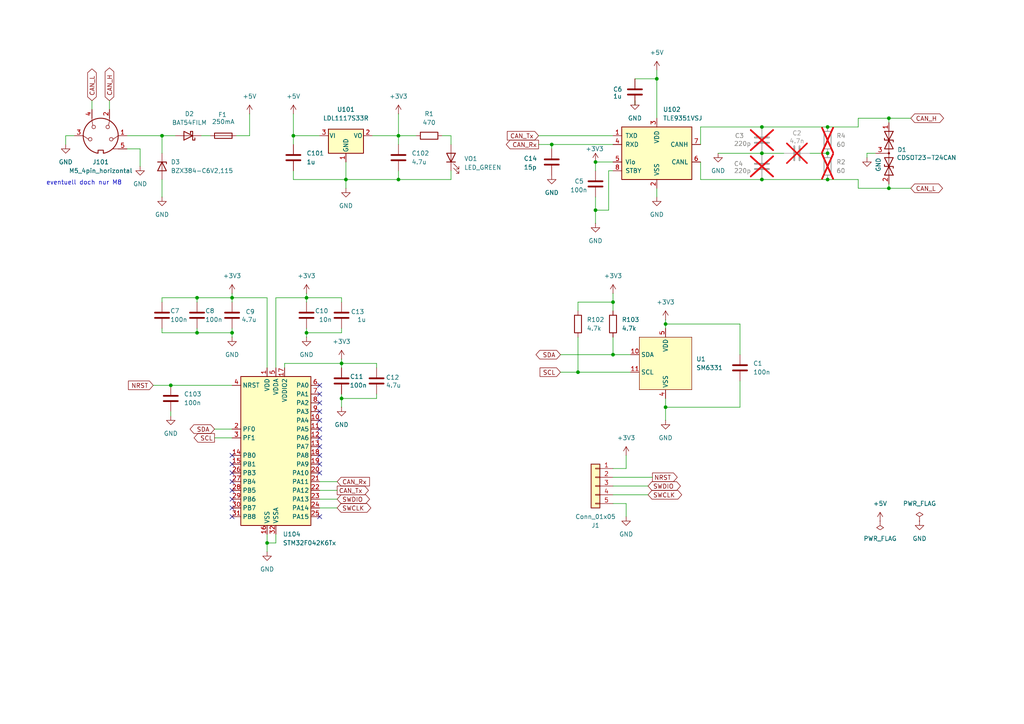
<source format=kicad_sch>
(kicad_sch (version 20231120) (generator "eeschema") (generator_version "8.0")
  (paper "A4")
  (lib_symbols
    (symbol "ASS_parts:SM6331"
      (property "Reference" "U" (at 0 1.27 0))
      (property "Value" "SM6331" (at 0 -1.27 0))
      (symbol "SM6331_0_0"
        (pin no_connect line (at 10.16 0 180) (length 2.54) hide (name "") (number "1"))
        (pin bidirectional line (at -10.16 2.54 0) (length 2.54) (name "SDA") (number "10"))
        (pin input line (at -10.16 -2.54 0) (length 2.54) (name "SCL") (number "11"))
        (pin no_connect line (at 10.16 0 180) (length 2.54) hide (name "") (number "12"))
        (pin no_connect line (at 10.16 0 180) (length 2.54) hide (name "") (number "13"))
        (pin no_connect line (at 10.16 0 180) (length 2.54) hide (name "") (number "14"))
        (pin no_connect line (at 10.16 0 180) (length 2.54) hide (name "") (number "15"))
        (pin no_connect line (at 10.16 0 180) (length 2.54) hide (name "") (number "16"))
        (pin no_connect line (at 10.16 0 180) (length 2.54) hide (name "") (number "2"))
        (pin no_connect line (at 10.16 0 180) (length 2.54) hide (name "") (number "3"))
        (pin power_in line (at 0 -10.16 90) (length 2.54) (name "VSS") (number "4"))
        (pin power_in line (at 0 10.16 270) (length 2.54) (name "VDD") (number "5"))
        (pin no_connect line (at 10.16 0 180) (length 2.54) hide (name "") (number "6"))
        (pin no_connect line (at 10.16 0 180) (length 2.54) hide (name "") (number "7"))
        (pin no_connect line (at 10.16 0 180) (length 2.54) hide (name "") (number "8"))
        (pin no_connect line (at 10.16 0 180) (length 2.54) hide (name "") (number "9"))
      )
      (symbol "SM6331_0_1"
        (rectangle (start -7.62 7.62) (end 7.62 -7.62) (fill (type background)))
      )
    )
    (symbol "Connector_Generic:Conn_01x05" (pin_names (offset 1.016) hide)
      (property "Reference" "J" (at 0 7.62 0))
      (property "Value" "Conn_01x05" (at 0 -7.62 0))
      (symbol "Conn_01x05_1_1"
        (rectangle (start -1.27 -4.953) (end 0 -5.207) (stroke (width 0.1524)))
        (rectangle (start -1.27 -2.413) (end 0 -2.667) (stroke (width 0.1524)))
        (rectangle (start -1.27 0.127) (end 0 -0.127) (stroke (width 0.1524)))
        (rectangle (start -1.27 2.667) (end 0 2.413) (stroke (width 0.1524)))
        (rectangle (start -1.27 5.207) (end 0 4.953) (stroke (width 0.1524)))
        (rectangle (start -1.27 6.35) (end 1.27 -6.35) (stroke (width 0.254)) (fill (type background)))
        (pin passive line (at -5.08 5.08 0) (length 3.81) (name "Pin_1") (number "1"))
        (pin passive line (at -5.08 2.54 0) (length 3.81) (name "Pin_2") (number "2"))
        (pin passive line (at -5.08 0 0) (length 3.81) (name "Pin_3") (number "3"))
        (pin passive line (at -5.08 -2.54 0) (length 3.81) (name "Pin_4") (number "4"))
        (pin passive line (at -5.08 -5.08 0) (length 3.81) (name "Pin_5") (number "5"))
      )
    )
    (symbol "Device:C" (pin_numbers hide) (pin_names (offset 0.254))
      (property "Reference" "C" (at 0.635 2.54 0))
      (property "Value" "C" (at 0.635 -2.54 0))
      (symbol "C_0_1"
        (polyline (pts (xy -2.032 -0.762) (xy 2.032 -0.762)) (stroke (width 0.508)))
        (polyline (pts (xy -2.032 0.762) (xy 2.032 0.762)) (stroke (width 0.508)))
      )
      (symbol "C_1_1"
        (pin passive line (at 0 3.81 270) (length 2.794) (name "~") (number "1"))
        (pin passive line (at 0 -3.81 90) (length 2.794) (name "~") (number "2"))
      )
    )
    (symbol "Device:D_Schottky" (pin_numbers hide) (pin_names (offset 1.016) hide)
      (property "Reference" "D" (at 0 2.54 0))
      (property "Value" "D_Schottky" (at 0 -2.54 0))
      (symbol "D_Schottky_0_1"
        (polyline (pts (xy 1.27 0) (xy -1.27 0)))
        (polyline (pts (xy 1.27 1.27) (xy 1.27 -1.27) (xy -1.27 0) (xy 1.27 1.27)) (stroke (width 0.254)))
        (polyline (pts (xy -1.905 0.635) (xy -1.905 1.27) (xy -1.27 1.27) (xy -1.27 -1.27) (xy -0.635 -1.27) (xy -0.635 -0.635)) (stroke (width 0.254)))
      )
      (symbol "D_Schottky_1_1"
        (pin passive line (at -3.81 0 0) (length 2.54) (name "K") (number "1"))
        (pin passive line (at 3.81 0 180) (length 2.54) (name "A") (number "2"))
      )
    )
    (symbol "Device:D_TVS_Dual_AAC" (pin_names (offset 1.016) hide)
      (property "Reference" "D" (at 0 4.445 0))
      (property "Value" "D_TVS_Dual_AAC" (at 0 2.54 0))
      (symbol "D_TVS_Dual_AAC_0_0"
        (polyline (pts (xy 0 -1.27) (xy 0 0)))
      )
      (symbol "D_TVS_Dual_AAC_0_1"
        (polyline (pts (xy -6.35 0) (xy 6.35 0)))
        (polyline (pts (xy -3.302 1.27) (xy -3.81 1.27) (xy -3.81 -1.27) (xy -4.318 -1.27)) (stroke (width 0.254)))
        (polyline (pts (xy 4.318 1.27) (xy 3.81 1.27) (xy 3.81 -1.27) (xy 3.302 -1.27)) (stroke (width 0.254)))
        (polyline (pts (xy -6.35 1.27) (xy -1.27 -1.27) (xy -1.27 1.27) (xy -6.35 -1.27) (xy -6.35 1.27)) (stroke (width 0.254)))
        (polyline (pts (xy 6.35 1.27) (xy 1.27 -1.27) (xy 1.27 1.27) (xy 6.35 -1.27) (xy 6.35 1.27)) (stroke (width 0.254)))
        (circle (center 0 0) (radius 0.254) (fill (type outline)))
      )
      (symbol "D_TVS_Dual_AAC_1_1"
        (pin passive line (at -8.89 0 0) (length 2.54) (name "A1") (number "1"))
        (pin passive line (at 8.89 0 180) (length 2.54) (name "A2") (number "2"))
        (pin passive line (at 0 -3.81 90) (length 2.54) (name "common") (number "3"))
      )
    )
    (symbol "Device:D_Zener" (pin_numbers hide) (pin_names (offset 1.016) hide)
      (property "Reference" "D" (at 0 2.54 0))
      (property "Value" "D_Zener" (at 0 -2.54 0))
      (symbol "D_Zener_0_1"
        (polyline (pts (xy 1.27 0) (xy -1.27 0)))
        (polyline (pts (xy -1.27 -1.27) (xy -1.27 1.27) (xy -0.762 1.27)) (stroke (width 0.254)))
        (polyline (pts (xy 1.27 -1.27) (xy 1.27 1.27) (xy -1.27 0) (xy 1.27 -1.27)) (stroke (width 0.254)))
      )
      (symbol "D_Zener_1_1"
        (pin passive line (at -3.81 0 0) (length 2.54) (name "K") (number "1"))
        (pin passive line (at 3.81 0 180) (length 2.54) (name "A") (number "2"))
      )
    )
    (symbol "Device:Fuse" (pin_numbers hide) (pin_names (offset 0))
      (property "Reference" "F" (at 2.032 0 90))
      (property "Value" "Fuse" (at -1.905 0 90))
      (symbol "Fuse_0_1"
        (rectangle (start -0.762 -2.54) (end 0.762 2.54) (stroke (width 0.254)))
        (polyline (pts (xy 0 2.54) (xy 0 -2.54)))
      )
      (symbol "Fuse_1_1"
        (pin passive line (at 0 3.81 270) (length 1.27) (name "~") (number "1"))
        (pin passive line (at 0 -3.81 90) (length 1.27) (name "~") (number "2"))
      )
    )
    (symbol "Device:LED" (pin_numbers hide) (pin_names (offset 1.016) hide)
      (property "Reference" "D" (at 0 2.54 0))
      (property "Value" "LED" (at 0 -2.54 0))
      (symbol "LED_0_1"
        (polyline (pts (xy -1.27 -1.27) (xy -1.27 1.27)) (stroke (width 0.254)))
        (polyline (pts (xy -1.27 0) (xy 1.27 0)))
        (polyline (pts (xy 1.27 -1.27) (xy 1.27 1.27) (xy -1.27 0) (xy 1.27 -1.27)) (stroke (width 0.254)))
        (polyline (pts (xy -3.048 -0.762) (xy -4.572 -2.286) (xy -3.81 -2.286) (xy -4.572 -2.286) (xy -4.572 -1.524)))
        (polyline (pts (xy -1.778 -0.762) (xy -3.302 -2.286) (xy -2.54 -2.286) (xy -3.302 -2.286) (xy -3.302 -1.524)))
      )
      (symbol "LED_1_1"
        (pin passive line (at -3.81 0 0) (length 2.54) (name "K") (number "1"))
        (pin passive line (at 3.81 0 180) (length 2.54) (name "A") (number "2"))
      )
    )
    (symbol "Device:R" (pin_numbers hide) (pin_names (offset 0))
      (property "Reference" "R" (at 2.032 0 90))
      (property "Value" "R" (at 0 0 90))
      (symbol "R_0_1"
        (rectangle (start -1.016 -2.54) (end 1.016 2.54) (stroke (width 0.254)))
      )
      (symbol "R_1_1"
        (pin passive line (at 0 3.81 270) (length 1.27) (name "~") (number "1"))
        (pin passive line (at 0 -3.81 90) (length 1.27) (name "~") (number "2"))
      )
    )
    (symbol "FaSTTUBe_Transceivers:TLE9351VSJ" (pin_names (offset 1.016))
      (property "Reference" "U" (at -10.16 8.89 0))
      (property "Value" "TLE9351VSJ" (at 2.54 8.89 0))
      (symbol "TLE9351VSJ_0_1"
        (rectangle (start -10.16 7.62) (end 10.16 -7.62) (stroke (width 0.254)) (fill (type background)))
      )
      (symbol "TLE9351VSJ_1_1"
        (pin input line (at -12.7 5.08 0) (length 2.54) (name "TXD") (number "1"))
        (pin power_in line (at 0 -10.16 90) (length 2.54) (name "VSS") (number "2"))
        (pin power_in line (at 0 10.16 270) (length 2.54) (name "VDD") (number "3"))
        (pin output line (at -12.7 2.54 0) (length 2.54) (name "RXD") (number "4"))
        (pin power_in line (at -12.7 -2.54 0) (length 2.54) (name "Vio") (number "5"))
        (pin bidirectional line (at 12.7 -2.54 180) (length 2.54) (name "CANL") (number "6"))
        (pin bidirectional line (at 12.7 2.54 180) (length 2.54) (name "CANH") (number "7"))
        (pin input line (at -12.7 -5.08 0) (length 2.54) (name "STBY") (number "8"))
      )
    )
    (symbol "FaSTTUBe_connectors:M8_4pin_horizontal" (pin_names (offset 1.016))
      (property "Reference" "J" (at 5.334 5.08 0))
      (property "Value" "M8_4pin_horizontal" (at 0 -6.35 0))
      (symbol "M8_4pin_horizontal_0_1"
        (arc (start -5.08 0) (mid -3.8597 -3.3379) (end -0.762 -5.08) (stroke (width 0.254)))
        (circle (center -3.048 -1.016) (radius 0.508))
        (circle (center -2.032 2.54) (radius 0.508))
        (polyline (pts (xy -3.556 -1.016) (xy -5.08 0)))
        (polyline (pts (xy 3.81 -3.81) (xy 3.556 -3.81)))
        (polyline (pts (xy 5.08 -3.81) (xy 3.81 -3.81)))
        (polyline (pts (xy 5.08 0) (xy 3.556 -1.016)))
        (polyline (pts (xy -2.54 5.08) (xy -2.54 4.318) (xy -2.286 3.048)))
        (polyline (pts (xy 2.54 5.08) (xy 2.54 4.318) (xy 2.286 3.048)))
        (polyline (pts (xy -0.762 -4.953) (xy -0.762 -4.191) (xy 0.762 -4.191) (xy 0.762 -4.953)) (stroke (width 0.254)))
        (arc (start 0.762 -5.08) (mid 3.8673 -3.3444) (end 5.08 0) (stroke (width 0.254)))
        (circle (center 2.032 2.54) (radius 0.508))
        (circle (center 3.048 -1.016) (radius 0.508))
        (arc (start 5.08 0) (mid 0 5.0579) (end -5.08 0) (stroke (width 0.254)))
      )
      (symbol "M8_4pin_horizontal_1_1"
        (pin passive line (at 7.62 0 180) (length 2.54) (name "~") (number "1"))
        (pin passive line (at 2.54 7.62 270) (length 2.54) (name "~") (number "2"))
        (pin passive line (at -7.62 0 0) (length 2.54) (name "~") (number "3"))
        (pin passive line (at -2.54 7.62 270) (length 2.54) (name "~") (number "4"))
        (pin passive line (at 7.62 -3.81 180) (length 2.54) (name "~") (number "5"))
      )
    )
    (symbol "GND_1" (power) (pin_numbers hide) (pin_names (offset 0) hide)
      (property "Value" "GND" (at 0 -3.81 0))
      (symbol "GND_1_0_1"
        (polyline (pts (xy 0 0) (xy 0 -1.27) (xy 1.27 -1.27) (xy 0 -2.54) (xy -1.27 -1.27) (xy 0 -1.27)))
      )
      (symbol "GND_1_1_1"
        (pin power_in line (at 0 0 270) (length 0) (name "~") (number "1"))
      )
    )
    (symbol "MCU_ST_STM32F0:STM32F042K6Tx"
      (property "Reference" "U" (at -10.16 21.59 0))
      (property "Value" "STM32F042K6Tx" (at 5.08 21.59 0))
      (symbol "STM32F042K6Tx_0_1"
        (rectangle (start -10.16 -22.86) (end 10.16 20.32) (stroke (width 0.254)) (fill (type background)))
      )
      (symbol "STM32F042K6Tx_1_1"
        (pin power_in line (at -2.54 22.86 270) (length 2.54) (name "VDD") (number "1"))
        (pin bidirectional line (at 12.7 7.62 180) (length 2.54) (name "PA4") (number "10"))
        (pin bidirectional line (at 12.7 5.08 180) (length 2.54) (name "PA5") (number "11"))
        (pin bidirectional line (at 12.7 2.54 180) (length 2.54) (name "PA6") (number "12"))
        (pin bidirectional line (at 12.7 0 180) (length 2.54) (name "PA7") (number "13"))
        (pin bidirectional line (at -12.7 -2.54 0) (length 2.54) (name "PB0") (number "14"))
        (pin bidirectional line (at -12.7 -5.08 0) (length 2.54) (name "PB1") (number "15"))
        (pin power_in line (at -2.54 -25.4 90) (length 2.54) (name "VSS") (number "16"))
        (pin power_in line (at 2.54 22.86 270) (length 2.54) (name "VDDIO2") (number "17"))
        (pin bidirectional line (at 12.7 -2.54 180) (length 2.54) (name "PA8") (number "18"))
        (pin bidirectional line (at 12.7 -5.08 180) (length 2.54) (name "PA9") (number "19"))
        (pin input line (at -12.7 5.08 0) (length 2.54) (name "PF0") (number "2"))
        (pin bidirectional line (at 12.7 -7.62 180) (length 2.54) (name "PA10") (number "20"))
        (pin bidirectional line (at 12.7 -10.16 180) (length 2.54) (name "PA11") (number "21"))
        (pin bidirectional line (at 12.7 -12.7 180) (length 2.54) (name "PA12") (number "22"))
        (pin bidirectional line (at 12.7 -15.24 180) (length 2.54) (name "PA13") (number "23"))
        (pin bidirectional line (at 12.7 -17.78 180) (length 2.54) (name "PA14") (number "24"))
        (pin bidirectional line (at 12.7 -20.32 180) (length 2.54) (name "PA15") (number "25"))
        (pin bidirectional line (at -12.7 -7.62 0) (length 2.54) (name "PB3") (number "26"))
        (pin bidirectional line (at -12.7 -10.16 0) (length 2.54) (name "PB4") (number "27"))
        (pin bidirectional line (at -12.7 -12.7 0) (length 2.54) (name "PB5") (number "28"))
        (pin bidirectional line (at -12.7 -15.24 0) (length 2.54) (name "PB6") (number "29"))
        (pin input line (at -12.7 2.54 0) (length 2.54) (name "PF1") (number "3"))
        (pin bidirectional line (at -12.7 -17.78 0) (length 2.54) (name "PB7") (number "30"))
        (pin bidirectional line (at -12.7 -20.32 0) (length 2.54) (name "PB8") (number "31"))
        (pin power_in line (at 0 -25.4 90) (length 2.54) (name "VSSA") (number "32"))
        (pin input line (at -12.7 17.78 0) (length 2.54) (name "NRST") (number "4"))
        (pin power_in line (at 0 22.86 270) (length 2.54) (name "VDDA") (number "5"))
        (pin bidirectional line (at 12.7 17.78 180) (length 2.54) (name "PA0") (number "6"))
        (pin bidirectional line (at 12.7 15.24 180) (length 2.54) (name "PA1") (number "7"))
        (pin bidirectional line (at 12.7 12.7 180) (length 2.54) (name "PA2") (number "8"))
        (pin bidirectional line (at 12.7 10.16 180) (length 2.54) (name "PA3") (number "9"))
      )
    )
    (symbol "Regulator_Linear:AP1117-33" (pin_names (offset 0.254))
      (property "Reference" "U" (at -3.81 3.175 0))
      (property "Value" "AP1117-33" (at 0 3.175 0))
      (symbol "AP1117-33_0_1"
        (rectangle (start -5.08 -5.08) (end 5.08 1.905) (stroke (width 0.254)) (fill (type background)))
      )
      (symbol "AP1117-33_1_1"
        (pin power_in line (at 0 -7.62 90) (length 2.54) (name "GND") (number "1"))
        (pin power_out line (at 7.62 0 180) (length 2.54) (name "VO") (number "2"))
        (pin power_in line (at -7.62 0 0) (length 2.54) (name "VI") (number "3"))
      )
    )
    (symbol "power:+3V3" (power) (pin_numbers hide) (pin_names (offset 0) hide)
      (property "Value" "+3V3" (at 0 3.556 0))
      (symbol "+3V3_0_1"
        (polyline (pts (xy -0.762 1.27) (xy 0 2.54)))
        (polyline (pts (xy 0 0) (xy 0 2.54)))
        (polyline (pts (xy 0 2.54) (xy 0.762 1.27)))
      )
      (symbol "+3V3_1_1"
        (pin power_in line (at 0 0 90) (length 0) (name "~") (number "1"))
      )
    )
    (symbol "power:+5V" (power) (pin_numbers hide) (pin_names (offset 0) hide)
      (property "Value" "+5V" (at 0 3.556 0))
      (symbol "+5V_0_1"
        (polyline (pts (xy -0.762 1.27) (xy 0 2.54)))
        (polyline (pts (xy 0 0) (xy 0 2.54)))
        (polyline (pts (xy 0 2.54) (xy 0.762 1.27)))
      )
      (symbol "+5V_1_1"
        (pin power_in line (at 0 0 90) (length 0) (name "~") (number "1"))
      )
    )
    (symbol "power:GND" (power) (pin_names (offset 0))
      (property "Value" "GND" (at 0 -3.81 0))
      (symbol "GND_0_1"
        (polyline (pts (xy 0 0) (xy 0 -1.27) (xy 1.27 -1.27) (xy 0 -2.54) (xy -1.27 -1.27) (xy 0 -1.27)))
      )
      (symbol "GND_1_1"
        (pin power_in line (at 0 0 270) (length 0) hide (name "GND") (number "1"))
      )
    )
    (symbol "power:PWR_FLAG" (power) (pin_numbers hide) (pin_names (offset 0) hide)
      (property "Value" "PWR_FLAG" (at 0 3.81 0))
      (symbol "PWR_FLAG_0_0"
        (pin power_out line (at 0 0 90) (length 0) (name "~") (number "1"))
      )
      (symbol "PWR_FLAG_0_1"
        (polyline (pts (xy 0 0) (xy 0 1.27) (xy -1.016 1.905) (xy 0 2.54) (xy 1.016 1.905) (xy 0 1.27)))
      )
    )
  )
  (junction (at 115.57 52.07))
  (junction (at 49.53 111.76))
  (junction (at 240.03 44.45))
  (junction (at 220.98 36.83))
  (junction (at 257.81 54.61))
  (junction (at 167.64 107.95))
  (junction (at 99.06 115.57))
  (junction (at 88.9 86.36))
  (junction (at 57.15 86.36))
  (junction (at 172.72 46.99))
  (junction (at 257.81 34.29))
  (junction (at 177.8 87.63))
  (junction (at 67.31 86.36))
  (junction (at 57.15 96.52))
  (junction (at 88.9 96.52))
  (junction (at 172.72 60.96))
  (junction (at 46.99 39.37))
  (junction (at 85.09 39.37))
  (junction (at 160.02 41.91))
  (junction (at 115.57 39.37))
  (junction (at 99.06 105.41))
  (junction (at 193.04 118.11))
  (junction (at 67.31 96.52))
  (junction (at 240.03 52.07))
  (junction (at 100.33 52.07))
  (junction (at 193.04 93.98))
  (junction (at 177.8 102.87))
  (junction (at 190.5 22.86))
  (junction (at 220.98 52.07))
  (junction (at 220.98 44.45))
  (junction (at 77.47 157.48))
  (junction (at 240.03 36.83))
  (no_connect (at 92.71 149.86))
  (no_connect (at 92.71 134.62))
  (no_connect (at 92.71 137.16))
  (no_connect (at 92.71 111.76))
  (no_connect (at 92.71 114.3))
  (no_connect (at 92.71 116.84))
  (no_connect (at 92.71 119.38))
  (no_connect (at 92.71 121.92))
  (no_connect (at 92.71 124.46))
  (no_connect (at 92.71 127))
  (no_connect (at 92.71 129.54))
  (no_connect (at 92.71 132.08))
  (no_connect (at 67.31 132.08))
  (no_connect (at 67.31 134.62))
  (no_connect (at 67.31 137.16))
  (no_connect (at 67.31 139.7))
  (no_connect (at 67.31 142.24))
  (no_connect (at 67.31 144.78))
  (no_connect (at 67.31 147.32))
  (no_connect (at 67.31 149.86))
  (wire (pts (xy 107.95 39.37) (xy 115.57 39.37)))
  (wire (pts (xy 167.64 90.17) (xy 167.64 87.63)))
  (wire (pts (xy 88.9 86.36) (xy 99.06 86.36)))
  (wire (pts (xy 100.33 52.07) (xy 115.57 52.07)))
  (wire (pts (xy 82.55 105.41) (xy 82.55 106.68)))
  (wire (pts (xy 36.83 39.37) (xy 46.99 39.37)))
  (wire (pts (xy 184.15 22.86) (xy 190.5 22.86)))
  (wire (pts (xy 92.71 144.78) (xy 97.79 144.78)))
  (wire (pts (xy 203.2 36.83) (xy 203.2 41.91)))
  (wire (pts (xy 46.99 86.36) (xy 57.15 86.36)))
  (wire (pts (xy 88.9 85.09) (xy 88.9 86.36)))
  (wire (pts (xy 172.72 46.99) (xy 177.8 46.99)))
  (wire (pts (xy 177.8 146.05) (xy 181.61 146.05)))
  (wire (pts (xy 162.56 107.95) (xy 167.64 107.95)))
  (wire (pts (xy 257.81 53.34) (xy 257.81 54.61)))
  (wire (pts (xy 26.67 29.21) (xy 26.67 31.75)))
  (wire (pts (xy 208.28 44.45) (xy 220.98 44.45)))
  (wire (pts (xy 92.71 142.24) (xy 97.79 142.24)))
  (wire (pts (xy 77.47 157.48) (xy 77.47 160.02)))
  (wire (pts (xy 181.61 146.05) (xy 181.61 149.86)))
  (wire (pts (xy 257.81 34.29) (xy 264.16 34.29)))
  (wire (pts (xy 251.46 45.72) (xy 251.46 44.45)))
  (wire (pts (xy 167.64 87.63) (xy 177.8 87.63)))
  (wire (pts (xy 109.22 105.41) (xy 109.22 106.68)))
  (wire (pts (xy 251.46 44.45) (xy 254 44.45)))
  (wire (pts (xy 67.31 86.36) (xy 77.47 86.36)))
  (wire (pts (xy 57.15 86.36) (xy 57.15 87.63)))
  (wire (pts (xy 88.9 97.79) (xy 88.9 96.52)))
  (wire (pts (xy 67.31 86.36) (xy 67.31 87.63)))
  (wire (pts (xy 88.9 86.36) (xy 88.9 87.63)))
  (wire (pts (xy 240.03 36.83) (xy 248.92 36.83)))
  (wire (pts (xy 77.47 86.36) (xy 77.47 106.68)))
  (wire (pts (xy 128.27 39.37) (xy 130.81 39.37)))
  (wire (pts (xy 85.09 52.07) (xy 100.33 52.07)))
  (wire (pts (xy 177.8 143.51) (xy 187.96 143.51)))
  (wire (pts (xy 172.72 49.53) (xy 172.72 46.99)))
  (wire (pts (xy 85.09 49.53) (xy 85.09 52.07)))
  (wire (pts (xy 248.92 34.29) (xy 257.81 34.29)))
  (wire (pts (xy 99.06 96.52) (xy 99.06 95.25)))
  (wire (pts (xy 234.95 44.45) (xy 240.03 44.45)))
  (wire (pts (xy 203.2 36.83) (xy 220.98 36.83)))
  (wire (pts (xy 85.09 39.37) (xy 85.09 41.91)))
  (wire (pts (xy 44.45 111.76) (xy 49.53 111.76)))
  (wire (pts (xy 115.57 52.07) (xy 130.81 52.07)))
  (wire (pts (xy 177.8 140.97) (xy 187.96 140.97)))
  (wire (pts (xy 109.22 115.57) (xy 109.22 114.3)))
  (wire (pts (xy 220.98 52.07) (xy 240.03 52.07)))
  (wire (pts (xy 177.8 87.63) (xy 177.8 90.17)))
  (wire (pts (xy 99.06 105.41) (xy 99.06 106.68)))
  (wire (pts (xy 177.8 135.89) (xy 181.61 135.89)))
  (wire (pts (xy 92.71 147.32) (xy 97.79 147.32)))
  (wire (pts (xy 115.57 39.37) (xy 120.65 39.37)))
  (wire (pts (xy 77.47 154.94) (xy 77.47 157.48)))
  (wire (pts (xy 193.04 92.71) (xy 193.04 93.98)))
  (wire (pts (xy 130.81 52.07) (xy 130.81 49.53)))
  (wire (pts (xy 115.57 52.07) (xy 115.57 49.53)))
  (wire (pts (xy 176.53 49.53) (xy 176.53 60.96)))
  (wire (pts (xy 172.72 60.96) (xy 176.53 60.96)))
  (wire (pts (xy 248.92 54.61) (xy 248.92 52.07)))
  (wire (pts (xy 46.99 96.52) (xy 57.15 96.52)))
  (wire (pts (xy 257.81 34.29) (xy 257.81 35.56)))
  (wire (pts (xy 184.15 29.21) (xy 184.15 30.48)))
  (wire (pts (xy 177.8 97.79) (xy 177.8 102.87)))
  (wire (pts (xy 99.06 115.57) (xy 99.06 114.3)))
  (wire (pts (xy 160.02 43.18) (xy 160.02 41.91)))
  (wire (pts (xy 156.21 41.91) (xy 160.02 41.91)))
  (wire (pts (xy 77.47 157.48) (xy 80.01 157.48)))
  (wire (pts (xy 214.63 93.98) (xy 193.04 93.98)))
  (wire (pts (xy 62.23 124.46) (xy 67.31 124.46)))
  (wire (pts (xy 240.03 52.07) (xy 248.92 52.07)))
  (wire (pts (xy 203.2 46.99) (xy 203.2 52.07)))
  (wire (pts (xy 190.5 54.61) (xy 190.5 57.15)))
  (wire (pts (xy 214.63 93.98) (xy 214.63 102.87)))
  (wire (pts (xy 46.99 86.36) (xy 46.99 87.63)))
  (wire (pts (xy 190.5 20.32) (xy 190.5 22.86)))
  (wire (pts (xy 62.23 127) (xy 67.31 127)))
  (wire (pts (xy 31.75 29.21) (xy 31.75 31.75)))
  (wire (pts (xy 85.09 39.37) (xy 92.71 39.37)))
  (wire (pts (xy 193.04 118.11) (xy 214.63 118.11)))
  (wire (pts (xy 46.99 96.52) (xy 46.99 95.25)))
  (wire (pts (xy 46.99 39.37) (xy 46.99 44.45)))
  (wire (pts (xy 46.99 57.15) (xy 46.99 52.07)))
  (wire (pts (xy 99.06 118.11) (xy 99.06 115.57)))
  (wire (pts (xy 162.56 102.87) (xy 177.8 102.87)))
  (wire (pts (xy 130.81 39.37) (xy 130.81 41.91)))
  (wire (pts (xy 115.57 41.91) (xy 115.57 39.37)))
  (wire (pts (xy 57.15 86.36) (xy 67.31 86.36)))
  (wire (pts (xy 92.71 139.7) (xy 97.79 139.7)))
  (wire (pts (xy 172.72 57.15) (xy 172.72 60.96)))
  (wire (pts (xy 177.8 138.43) (xy 189.23 138.43)))
  (wire (pts (xy 99.06 86.36) (xy 99.06 87.63)))
  (wire (pts (xy 190.5 22.86) (xy 190.5 34.29)))
  (wire (pts (xy 57.15 96.52) (xy 67.31 96.52)))
  (wire (pts (xy 214.63 118.11) (xy 214.63 110.49)))
  (wire (pts (xy 257.81 54.61) (xy 264.16 54.61)))
  (wire (pts (xy 67.31 85.09) (xy 67.31 86.36)))
  (wire (pts (xy 156.21 39.37) (xy 177.8 39.37)))
  (wire (pts (xy 177.8 102.87) (xy 182.88 102.87)))
  (wire (pts (xy 177.8 85.09) (xy 177.8 87.63)))
  (wire (pts (xy 19.05 39.37) (xy 21.59 39.37)))
  (wire (pts (xy 68.58 39.37) (xy 72.39 39.37)))
  (wire (pts (xy 220.98 44.45) (xy 227.33 44.45)))
  (wire (pts (xy 49.53 119.38) (xy 49.53 120.65)))
  (wire (pts (xy 203.2 52.07) (xy 220.98 52.07)))
  (wire (pts (xy 176.53 49.53) (xy 177.8 49.53)))
  (wire (pts (xy 167.64 107.95) (xy 167.64 97.79)))
  (wire (pts (xy 82.55 105.41) (xy 99.06 105.41)))
  (wire (pts (xy 193.04 115.57) (xy 193.04 118.11)))
  (wire (pts (xy 49.53 111.76) (xy 67.31 111.76)))
  (wire (pts (xy 248.92 34.29) (xy 248.92 36.83)))
  (wire (pts (xy 115.57 33.02) (xy 115.57 39.37)))
  (wire (pts (xy 57.15 96.52) (xy 57.15 95.25)))
  (wire (pts (xy 19.05 41.91) (xy 19.05 39.37)))
  (wire (pts (xy 99.06 105.41) (xy 109.22 105.41)))
  (wire (pts (xy 40.64 48.26) (xy 40.64 43.18)))
  (wire (pts (xy 85.09 33.02) (xy 85.09 39.37)))
  (wire (pts (xy 80.01 157.48) (xy 80.01 154.94)))
  (wire (pts (xy 58.42 39.37) (xy 60.96 39.37)))
  (wire (pts (xy 88.9 96.52) (xy 99.06 96.52)))
  (wire (pts (xy 67.31 97.79) (xy 67.31 96.52)))
  (wire (pts (xy 99.06 104.14) (xy 99.06 105.41)))
  (wire (pts (xy 80.01 86.36) (xy 88.9 86.36)))
  (wire (pts (xy 193.04 93.98) (xy 193.04 95.25)))
  (wire (pts (xy 88.9 96.52) (xy 88.9 95.25)))
  (wire (pts (xy 99.06 115.57) (xy 109.22 115.57)))
  (wire (pts (xy 181.61 135.89) (xy 181.61 132.08)))
  (wire (pts (xy 248.92 54.61) (xy 257.81 54.61)))
  (wire (pts (xy 182.88 107.95) (xy 167.64 107.95)))
  (wire (pts (xy 100.33 46.99) (xy 100.33 52.07)))
  (wire (pts (xy 72.39 33.02) (xy 72.39 39.37)))
  (wire (pts (xy 40.64 43.18) (xy 36.83 43.18)))
  (wire (pts (xy 46.99 39.37) (xy 50.8 39.37)))
  (wire (pts (xy 100.33 52.07) (xy 100.33 54.61)))
  (wire (pts (xy 67.31 96.52) (xy 67.31 95.25)))
  (wire (pts (xy 193.04 118.11) (xy 193.04 121.92)))
  (wire (pts (xy 220.98 36.83) (xy 240.03 36.83)))
  (wire (pts (xy 80.01 86.36) (xy 80.01 106.68)))
  (wire (pts (xy 172.72 60.96) (xy 172.72 64.77)))
  (wire (pts (xy 160.02 41.91) (xy 177.8 41.91)))
  (text "eventuell doch nur M8\n" (at 24.384 53.086 0) (effects (font (size 1.27 1.27))))
  (global_label "CAN_Rx" (shape output) (at 156.21 41.91 180) (property "Intersheetrefs" "${INTERSHEET_REFS}" (effects (hide yes))))
  (global_label "NRST" (shape output) (at 189.23 138.43 0) (property "Intersheetrefs" "${INTERSHEET_REFS}" (effects (hide yes))))
  (global_label "SWDIO" (shape bidirectional) (at 187.96 140.97 0) (property "Intersheetrefs" "${INTERSHEET_REFS}" (effects (hide yes))))
  (global_label "NRST" (shape input) (at 44.45 111.76 180) (property "Intersheetrefs" "${INTERSHEET_REFS}" (effects (hide yes))))
  (global_label "SWDIO" (shape bidirectional) (at 97.79 144.78 0) (property "Intersheetrefs" "${INTERSHEET_REFS}" (effects (hide yes))))
  (global_label "CAN_L" (shape bidirectional) (at 264.16 54.61 0) (property "Intersheetrefs" "${INTERSHEET_REFS}" (effects (hide yes))))
  (global_label "CAN_Tx" (shape input) (at 156.21 39.37 180) (property "Intersheetrefs" "${INTERSHEET_REFS}" (effects (hide yes))))
  (global_label "SWCLK" (shape bidirectional) (at 97.79 147.32 0) (property "Intersheetrefs" "${INTERSHEET_REFS}" (effects (hide yes))))
  (global_label "SCL" (shape output) (at 62.23 127 180) (property "Intersheetrefs" "${INTERSHEET_REFS}" (effects (hide yes))))
  (global_label "SWCLK" (shape bidirectional) (at 187.96 143.51 0) (property "Intersheetrefs" "${INTERSHEET_REFS}" (effects (hide yes))))
  (global_label "CAN_H" (shape bidirectional) (at 31.75 29.21 90) (property "Intersheetrefs" "${INTERSHEET_REFS}" (effects (hide yes))))
  (global_label "CAN_Tx" (shape output) (at 97.79 142.24 0) (property "Intersheetrefs" "${INTERSHEET_REFS}" (effects (hide yes))))
  (global_label "CAN_L" (shape bidirectional) (at 26.67 29.21 90) (property "Intersheetrefs" "${INTERSHEET_REFS}" (effects (hide yes))))
  (global_label "SDA" (shape bidirectional) (at 62.23 124.46 180) (property "Intersheetrefs" "${INTERSHEET_REFS}" (effects (hide yes))))
  (global_label "CAN_H" (shape bidirectional) (at 264.16 34.29 0) (property "Intersheetrefs" "${INTERSHEET_REFS}" (effects (hide yes))))
  (global_label "CAN_Rx" (shape input) (at 97.79 139.7 0) (property "Intersheetrefs" "${INTERSHEET_REFS}" (effects (hide yes))))
  (global_label "SDA" (shape bidirectional) (at 162.56 102.87 180) (property "Intersheetrefs" "${INTERSHEET_REFS}" (effects (hide yes))))
  (global_label "SCL" (shape input) (at 162.56 107.95 180) (property "Intersheetrefs" "${INTERSHEET_REFS}" (effects (hide yes))))
  (symbol (lib_id "Device:C") (at 220.98 48.26 180) (unit 1) (dnp yes)
    (property "Reference" "C4" (at 212.852 47.498 0) (effects (justify right)))
    (property "Value" "220p" (at 212.852 49.53 0) (effects (justify right)))
    (property "Footprint" "Capacitor_SMD:C_0603_1608Metric" (effects (hide yes)))
  )
  (symbol (lib_id "Device:C") (at 85.09 45.72 0) (unit 1)
    (property "Reference" "C101" (at 88.9 44.4499 0) (effects (justify left)))
    (property "Value" "1u" (at 88.9 46.9899 0) (effects (justify left)))
    (property "Footprint" "Capacitor_SMD:C_0603_1608Metric" (effects (hide yes)))
  )
  (symbol (lib_name "GND_1") (lib_id "power:GND") (at 88.9 97.79 0) (unit 1)
    (property "Reference" "#PWR04" (effects (hide yes)))
    (property "Value" "GND" (at 88.9 102.87 0))
    (property "Description" "Power symbol creates a global label with name \"GND\" , ground" (effects (hide yes)))
  )
  (symbol (lib_id "Device:R") (at 124.46 39.37 90) (unit 1)
    (property "Reference" "R1" (at 124.46 33.02 90))
    (property "Value" "470" (at 124.46 35.56 90))
    (property "Footprint" "Resistor_SMD:R_0603_1608Metric" (effects (hide yes)))
  )
  (symbol (lib_id "power:GND") (at 19.05 41.91 0) (unit 1)
    (property "Reference" "#PWR0105" (effects (hide yes)))
    (property "Value" "GND" (at 19.05 46.99 0))
  )
  (symbol (lib_name "GND_1") (lib_id "power:GND") (at 40.64 48.26 0) (unit 1)
    (property "Reference" "#PWR028" (effects (hide yes)))
    (property "Value" "GND" (at 40.64 53.34 0))
    (property "Description" "Power symbol creates a global label with name \"GND\" , ground" (effects (hide yes)))
  )
  (symbol (lib_id "Device:C") (at 172.72 53.34 0) (unit 1)
    (property "Reference" "C5" (at 166.624 52.578 0) (effects (justify left)))
    (property "Value" "100n" (at 165.354 55.118 0) (effects (justify left)))
    (property "Footprint" "Capacitor_SMD:C_0603_1608Metric" (effects (hide yes)))
  )
  (symbol (lib_id "FaSTTUBe_connectors:M8_4pin_horizontal") (at 29.21 39.37 0) (unit 1)
    (property "Reference" "J101" (at 29.2101 46.99 0))
    (property "Value" "M5_4pin_horizontal" (at 29.2101 49.53 0))
    (property "Footprint" "FaSTTUBe_connectors:M8_718_4pin_horizontal" (effects (hide yes)))
    (property "Datasheet" "https://www.binder-connector.com/de/produkte/automatisierungstechnik/m-8-sensorsteckverbinder/flanschdose-gewinkelt-von-vorn-verschraubbar-mit-schirmblech-tauchloeten#866618112100004" (effects (hide yes)))
  )
  (symbol (lib_id "Device:C") (at 231.14 44.45 90) (unit 1) (dnp yes)
    (property "Reference" "C2" (at 231.14 38.608 90))
    (property "Value" "4.7n" (at 231.14 40.894 90))
    (property "Footprint" "Capacitor_SMD:C_0603_1608Metric" (effects (hide yes)))
  )
  (symbol (lib_id "ASS_parts:SM6331") (at 193.04 105.41 0) (unit 1)
    (property "Reference" "U1" (at 201.93 104.1399 0) (effects (justify left)))
    (property "Value" "SM6331" (at 201.93 106.6799 0) (effects (justify left)))
    (property "Footprint" "SSU_parts:SM7000_SOIC-16" (effects (hide yes)))
    (property "Datasheet" "https://www.te.com/commerce/DocumentDelivery/DDEController?Action=showdoc&DocId=Data+Sheet%7FSM7000SM6000SM5000%7FA6%7Fpdf%7FEnglish%7FENG_DS_SM7000SM6000SM5000_A6.pdf%7F6331-BCE-S-005-000" (effects (hide yes)))
  )
  (symbol (lib_id "power:GND") (at 251.46 45.72 0) (unit 1)
    (property "Reference" "#PWR02" (effects (hide yes)))
    (property "Value" "GND" (at 254.762 45.72 90) (effects (justify right)))
  )
  (symbol (lib_id "power:+3V3") (at 88.9 85.09 0) (unit 1)
    (property "Reference" "#PWR07" (effects (hide yes)))
    (property "Value" "+3V3" (at 88.9 80.01 0))
    (property "Description" "Power symbol creates a global label with name \"+3V3\"" (effects (hide yes)))
  )
  (symbol (lib_id "power:+5V") (at 190.5 20.32 0) (unit 1)
    (property "Reference" "#PWR015" (effects (hide yes)))
    (property "Value" "+5V" (at 190.5 15.24 0))
    (property "Description" "Power symbol creates a global label with name \"+5V\"" (effects (hide yes)))
  )
  (symbol (lib_id "Device:R") (at 240.03 40.64 0) (unit 1) (dnp yes)
    (property "Reference" "R4" (at 242.57 39.3699 0) (effects (justify left)))
    (property "Value" "60" (at 242.57 41.9099 0) (effects (justify left)))
    (property "Footprint" "Resistor_SMD:R_0603_1608Metric" (effects (hide yes)))
  )
  (symbol (lib_name "GND_1") (lib_id "power:GND") (at 172.72 64.77 0) (unit 1)
    (property "Reference" "#PWR025" (effects (hide yes)))
    (property "Value" "GND" (at 172.72 69.85 0))
    (property "Description" "Power symbol creates a global label with name \"GND\" , ground" (effects (hide yes)))
  )
  (symbol (lib_id "power:+3V3") (at 181.61 132.08 0) (unit 1)
    (property "Reference" "#PWR029" (effects (hide yes)))
    (property "Value" "+3V3" (at 181.61 127 0))
    (property "Description" "Power symbol creates a global label with name \"+3V3\"" (effects (hide yes)))
  )
  (symbol (lib_id "power:+3V3") (at 172.72 46.99 0) (unit 1)
    (property "Reference" "#PWR019" (effects (hide yes)))
    (property "Value" "+3V3" (at 172.466 43.18 0))
    (property "Description" "Power symbol creates a global label with name \"+3V3\"" (effects (hide yes)))
  )
  (symbol (lib_id "Device:C") (at 214.63 106.68 0) (unit 1)
    (property "Reference" "C1" (at 218.44 105.4099 0) (effects (justify left)))
    (property "Value" "100n" (at 218.44 107.9499 0) (effects (justify left)))
    (property "Footprint" "Capacitor_SMD:C_0603_1608Metric" (effects (hide yes)))
  )
  (symbol (lib_name "GND_1") (lib_id "power:GND") (at 266.7 151.13 0) (unit 1)
    (property "Reference" "#PWR016" (effects (hide yes)))
    (property "Value" "GND" (at 266.7 156.21 0))
    (property "Description" "Power symbol creates a global label with name \"GND\" , ground" (effects (hide yes)))
  )
  (symbol (lib_id "power:+3V3") (at 99.06 104.14 0) (unit 1)
    (property "Reference" "#PWR05" (effects (hide yes)))
    (property "Value" "+3V3" (at 99.06 99.06 0))
    (property "Description" "Power symbol creates a global label with name \"+3V3\"" (effects (hide yes)))
  )
  (symbol (lib_name "GND_1") (lib_id "power:GND") (at 160.02 50.8 0) (unit 1)
    (property "Reference" "#PWR017" (effects (hide yes)))
    (property "Value" "GND" (at 160.02 55.88 0))
    (property "Description" "Power symbol creates a global label with name \"GND\" , ground" (effects (hide yes)))
  )
  (symbol (lib_name "GND_1") (lib_id "power:GND") (at 67.31 97.79 0) (unit 1)
    (property "Reference" "#PWR08" (effects (hide yes)))
    (property "Value" "GND" (at 67.31 102.87 0))
    (property "Description" "Power symbol creates a global label with name \"GND\" , ground" (effects (hide yes)))
  )
  (symbol (lib_name "GND_1") (lib_id "power:GND") (at 190.5 57.15 0) (unit 1)
    (property "Reference" "#PWR024" (effects (hide yes)))
    (property "Value" "GND" (at 190.5 62.23 0))
    (property "Description" "Power symbol creates a global label with name \"GND\" , ground" (effects (hide yes)))
  )
  (symbol (lib_id "power:PWR_FLAG") (at 255.27 151.13 0) (mirror x) (unit 1)
    (property "Reference" "#FLG01" (effects (hide yes)))
    (property "Value" "PWR_FLAG" (at 255.27 156.21 0))
    (property "Description" "Special symbol for telling ERC where power comes from" (effects (hide yes)))
  )
  (symbol (lib_name "GND_1") (lib_id "power:GND") (at 49.53 120.65 0) (unit 1)
    (property "Reference" "#PWR026" (effects (hide yes)))
    (property "Value" "GND" (at 49.53 125.73 0))
    (property "Description" "Power symbol creates a global label with name \"GND\" , ground" (effects (hide yes)))
  )
  (symbol (lib_id "Device:C") (at 88.9 91.44 0) (mirror y) (unit 1)
    (property "Reference" "C10" (at 95.25 90.17 0) (effects (justify left)))
    (property "Value" "10n" (at 96.266 92.71 0) (effects (justify left)))
    (property "Footprint" "Capacitor_SMD:C_0603_1608Metric" (effects (hide yes)))
  )
  (symbol (lib_id "power:+5V") (at 85.09 33.02 0) (unit 1)
    (property "Reference" "#PWR012" (effects (hide yes)))
    (property "Value" "+5V" (at 85.09 27.94 0))
    (property "Description" "Power symbol creates a global label with name \"+5V\"" (effects (hide yes)))
  )
  (symbol (lib_id "Device:C") (at 99.06 91.44 0) (mirror y) (unit 1)
    (property "Reference" "C13" (at 105.664 90.424 0) (effects (justify left)))
    (property "Value" "1u" (at 106.172 92.71 0) (effects (justify left)))
    (property "Footprint" "Capacitor_SMD:C_0603_1608Metric" (effects (hide yes)))
  )
  (symbol (lib_id "Device:C") (at 99.06 110.49 0) (mirror y) (unit 1)
    (property "Reference" "C11" (at 105.41 109.22 0) (effects (justify left)))
    (property "Value" "100n" (at 106.426 111.76 0) (effects (justify left)))
    (property "Footprint" "Capacitor_SMD:C_0603_1608Metric" (effects (hide yes)))
  )
  (symbol (lib_id "Device:D_TVS_Dual_AAC") (at 257.81 44.45 270) (unit 1)
    (property "Reference" "D1" (at 261.62 43.434 90))
    (property "Value" "CDSOT23-T24CAN" (at 268.732 45.72 90))
    (property "Footprint" "Package_TO_SOT_SMD:SOT-23" (effects (hide yes)))
    (property "Datasheet" "https://www.mouser.de/datasheet/2/54/cdsot23_t24can_q-1534349.pdf" (effects (hide yes)))
    (property "Description" "Bidirectional dual transient-voltage-suppression diode, center on pin 3" (effects (hide yes)))
  )
  (symbol (lib_id "power:+5V") (at 255.27 151.13 0) (unit 1)
    (property "Reference" "#PWR013" (effects (hide yes)))
    (property "Value" "+5V" (at 255.27 146.05 0))
    (property "Description" "Power symbol creates a global label with name \"+5V\"" (effects (hide yes)))
  )
  (symbol (lib_id "Device:R") (at 240.03 48.26 0) (unit 1) (dnp yes)
    (property "Reference" "R2" (at 242.57 46.9899 0) (effects (justify left)))
    (property "Value" "60" (at 242.57 49.5299 0) (effects (justify left)))
    (property "Footprint" "Resistor_SMD:R_0603_1608Metric" (effects (hide yes)))
  )
  (symbol (lib_id "MCU_ST_STM32F0:STM32F042K6Tx") (at 80.01 129.54 0) (unit 1)
    (property "Reference" "U104" (at 82.0294 154.94 0) (effects (justify left)))
    (property "Value" "STM32F042K6Tx" (at 82.0294 157.48 0) (effects (justify left)))
    (property "Footprint" "Package_QFP:LQFP-32_7x7mm_P0.8mm" (effects (hide yes)))
    (property "Datasheet" "http://www.st.com/st-web-ui/static/active/en/resource/technical/document/datasheet/DM00105814.pdf" (effects (hide yes)))
  )
  (symbol (lib_name "GND_1") (lib_id "power:GND") (at 77.47 160.02 0) (unit 1)
    (property "Reference" "#PWR027" (effects (hide yes)))
    (property "Value" "GND" (at 77.47 165.1 0))
    (property "Description" "Power symbol creates a global label with name \"GND\" , ground" (effects (hide yes)))
  )
  (symbol (lib_id "power:PWR_FLAG") (at 266.7 151.13 0) (unit 1)
    (property "Reference" "#FLG02" (effects (hide yes)))
    (property "Value" "PWR_FLAG" (at 266.7 146.05 0))
    (property "Description" "Special symbol for telling ERC where power comes from" (effects (hide yes)))
  )
  (symbol (lib_id "Regulator_Linear:AP1117-33") (at 100.33 39.37 0) (unit 1)
    (property "Reference" "U101" (at 100.33 31.75 0))
    (property "Value" "LDL1117S33R" (at 100.33 34.29 0))
    (property "Footprint" "Package_TO_SOT_SMD:SOT-223" (effects (hide yes)))
    (property "Datasheet" "https://www.mouser.de/datasheet/2/389/ldl1117-1849797.pdf" (effects (hide yes)))
  )
  (symbol (lib_id "Device:R") (at 167.64 93.98 0) (unit 1)
    (property "Reference" "R102" (at 170.18 92.7099 0) (effects (justify left)))
    (property "Value" "4.7k" (at 170.18 95.2499 0) (effects (justify left)))
    (property "Footprint" "Resistor_SMD:R_0603_1608Metric" (effects (hide yes)))
  )
  (symbol (lib_id "Device:C") (at 57.15 91.44 0) (mirror y) (unit 1)
    (property "Reference" "C8" (at 62.23 90.17 0) (effects (justify left)))
    (property "Value" "100n" (at 64.516 92.71 0) (effects (justify left)))
    (property "Footprint" "Capacitor_SMD:C_0603_1608Metric" (effects (hide yes)))
  )
  (symbol (lib_id "power:+3V3") (at 177.8 85.09 0) (unit 1)
    (property "Reference" "#PWR020" (effects (hide yes)))
    (property "Value" "+3V3" (at 177.8 80.01 0))
    (property "Description" "Power symbol creates a global label with name \"+3V3\"" (effects (hide yes)))
  )
  (symbol (lib_id "power:+3V3") (at 193.04 92.71 0) (unit 1)
    (property "Reference" "#PWR021" (effects (hide yes)))
    (property "Value" "+3V3" (at 193.04 87.63 0))
    (property "Description" "Power symbol creates a global label with name \"+3V3\"" (effects (hide yes)))
  )
  (symbol (lib_id "Device:C") (at 67.31 91.44 0) (mirror y) (unit 1)
    (property "Reference" "C9" (at 73.914 90.424 0) (effects (justify left)))
    (property "Value" "4.7u" (at 74.422 92.71 0) (effects (justify left)))
    (property "Footprint" "Capacitor_SMD:C_0603_1608Metric" (effects (hide yes)))
  )
  (symbol (lib_id "Device:LED") (at 130.81 45.72 90) (unit 1)
    (property "Reference" "VO1" (at 134.62 46.0374 90) (effects (justify right)))
    (property "Value" "LED_GREEN" (at 134.62 48.5774 90) (effects (justify right)))
    (property "Footprint" "LED_SMD:LED_0603_1608Metric_Pad1.05x0.95mm_HandSolder" (effects (hide yes)))
  )
  (symbol (lib_id "Device:R") (at 177.8 93.98 0) (unit 1)
    (property "Reference" "R103" (at 180.34 92.7099 0) (effects (justify left)))
    (property "Value" "4.7k" (at 180.34 95.2499 0) (effects (justify left)))
    (property "Footprint" "Resistor_SMD:R_0603_1608Metric" (effects (hide yes)))
  )
  (symbol (lib_name "GND_1") (lib_id "power:GND") (at 181.61 149.86 0) (unit 1)
    (property "Reference" "#PWR030" (effects (hide yes)))
    (property "Value" "GND" (at 181.61 154.94 0))
    (property "Description" "Power symbol creates a global label with name \"GND\" , ground" (effects (hide yes)))
  )
  (symbol (lib_name "GND_1") (lib_id "power:GND") (at 100.33 54.61 0) (unit 1)
    (property "Reference" "#PWR014" (effects (hide yes)))
    (property "Value" "GND" (at 100.33 59.69 0))
    (property "Description" "Power symbol creates a global label with name \"GND\" , ground" (effects (hide yes)))
  )
  (symbol (lib_name "GND_1") (lib_id "power:GND") (at 46.99 57.15 0) (unit 1)
    (property "Reference" "#PWR022" (effects (hide yes)))
    (property "Value" "GND" (at 46.99 62.23 0))
    (property "Description" "Power symbol creates a global label with name \"GND\" , ground" (effects (hide yes)))
  )
  (symbol (lib_id "Device:C") (at 49.53 115.57 0) (unit 1)
    (property "Reference" "C103" (at 53.34 114.2999 0) (effects (justify left)))
    (property "Value" "100n" (at 53.34 116.8399 0) (effects (justify left)))
    (property "Footprint" "Capacitor_SMD:C_0603_1608Metric" (effects (hide yes)))
  )
  (symbol (lib_id "Device:D_Schottky") (at 54.61 39.37 180) (unit 1)
    (property "Reference" "D2" (at 54.9275 33.02 0))
    (property "Value" "BAT54FILM" (at 54.9275 35.56 0))
    (property "Footprint" "Package_TO_SOT_SMD:SOT-23" (effects (hide yes)))
    (property "Datasheet" "https://www.mouser.de/datasheet/2/389/bat54-1849047.pdf" (effects (hide yes)))
    (property "Description" "Schottky diode" (effects (hide yes)))
  )
  (symbol (lib_id "Device:Fuse") (at 64.77 39.37 90) (unit 1)
    (property "Reference" "F1" (at 65.786 33.274 90) (effects (justify left)))
    (property "Value" "250mA" (at 68.072 35.306 90) (effects (justify left)))
    (property "Footprint" "Fuse:Fuse_1206_3216Metric" (effects (hide yes)))
    (property "Datasheet" "https://www.mouser.de/ProductDetail/Eaton-Electronics/PTS120616V025?qs=QmibqUXyDhQ7IcVi%2FHaiRg%3D%3D" (effects (hide yes)))
  )
  (symbol (lib_id "Device:D_Zener") (at 46.99 48.26 270) (unit 1)
    (property "Reference" "D3" (at 49.53 46.9899 90) (effects (justify left)))
    (property "Value" "BZX384-C6V2,115" (at 49.53 49.5299 90) (effects (justify left)))
    (property "Footprint" "Diode_SMD:D_SOD-323" (effects (hide yes)))
    (property "Datasheet" "https://assets.nexperia.com/documents/data-sheet/BZX384_SER.pdf" (effects (hide yes)))
    (property "Description" "Zener diode" (effects (hide yes)))
  )
  (symbol (lib_id "Device:C") (at 46.99 91.44 0) (mirror y) (unit 1)
    (property "Reference" "C7" (at 52.07 90.17 0) (effects (justify left)))
    (property "Value" "100n" (at 54.356 92.71 0) (effects (justify left)))
    (property "Footprint" "Capacitor_SMD:C_0603_1608Metric" (effects (hide yes)))
  )
  (symbol (lib_name "GND_1") (lib_id "power:GND") (at 184.15 29.21 0) (unit 1)
    (property "Reference" "#PWR03" (effects (hide yes)))
    (property "Value" "GND" (at 184.15 34.29 0))
    (property "Description" "Power symbol creates a global label with name \"GND\" , ground" (effects (hide yes)))
  )
  (symbol (lib_id "power:+3V3") (at 67.31 85.09 0) (unit 1)
    (property "Reference" "#PWR011" (effects (hide yes)))
    (property "Value" "+3V3" (at 67.31 80.01 0))
    (property "Description" "Power symbol creates a global label with name \"+3V3\"" (effects (hide yes)))
  )
  (symbol (lib_id "Device:C") (at 220.98 40.64 180) (unit 1) (dnp yes)
    (property "Reference" "C3" (at 213.106 39.37 0) (effects (justify right)))
    (property "Value" "220p" (at 212.852 41.656 0) (effects (justify right)))
    (property "Footprint" "Capacitor_SMD:C_0603_1608Metric" (effects (hide yes)))
  )
  (symbol (lib_id "Device:C") (at 184.15 26.67 0) (unit 1)
    (property "Reference" "C6" (at 177.8 25.908 0) (effects (justify left)))
    (property "Value" "1u" (at 177.8 27.94 0) (effects (justify left)))
    (property "Footprint" "Capacitor_SMD:C_0603_1608Metric" (effects (hide yes)))
  )
  (symbol (lib_id "power:+3V3") (at 115.57 33.02 0) (unit 1)
    (property "Reference" "#PWR018" (effects (hide yes)))
    (property "Value" "+3V3" (at 115.57 27.94 0))
    (property "Description" "Power symbol creates a global label with name \"+3V3\"" (effects (hide yes)))
  )
  (symbol (lib_id "power:GND") (at 208.28 44.45 0) (unit 1)
    (property "Reference" "#PWR01" (effects (hide yes)))
    (property "Value" "GND" (at 208.28 49.53 0))
  )
  (symbol (lib_id "Device:C") (at 160.02 46.99 0) (unit 1)
    (property "Reference" "C14" (at 151.892 45.974 0) (effects (justify left)))
    (property "Value" "15p" (at 151.892 48.514 0) (effects (justify left)))
    (property "Footprint" "Capacitor_SMD:C_0603_1608Metric" (effects (hide yes)))
  )
  (symbol (lib_id "Device:C") (at 115.57 45.72 0) (unit 1)
    (property "Reference" "C102" (at 119.38 44.4499 0) (effects (justify left)))
    (property "Value" "4.7u" (at 119.38 46.9899 0) (effects (justify left)))
    (property "Footprint" "Capacitor_SMD:C_0603_1608Metric" (effects (hide yes)))
  )
  (symbol (lib_name "GND_1") (lib_id "power:GND") (at 193.04 121.92 0) (unit 1)
    (property "Reference" "#PWR023" (effects (hide yes)))
    (property "Value" "GND" (at 193.04 127 0))
    (property "Description" "Power symbol creates a global label with name \"GND\" , ground" (effects (hide yes)))
  )
  (symbol (lib_id "Connector_Generic:Conn_01x05") (at 172.72 140.97 0) (mirror y) (unit 1)
    (property "Reference" "J1" (at 172.72 152.4 0))
    (property "Value" "Conn_01x05" (at 172.72 149.86 0))
    (property "Footprint" "Connector_PinHeader_2.54mm:PinHeader_1x05_P2.54mm_Vertical" (effects (hide yes)))
    (property "Description" "Generic connector, single row, 01x05, script generated (kicad-library-utils/schlib/autogen/connector/)" (effects (hide yes)))
  )
  (symbol (lib_id "Device:C") (at 109.22 110.49 0) (mirror y) (unit 1)
    (property "Reference" "C12" (at 115.824 109.474 0) (effects (justify left)))
    (property "Value" "4.7u" (at 116.332 111.76 0) (effects (justify left)))
    (property "Footprint" "Capacitor_SMD:C_0603_1608Metric" (effects (hide yes)))
  )
  (symbol (lib_id "FaSTTUBe_Transceivers:TLE9351VSJ") (at 190.5 44.45 0) (unit 1)
    (property "Reference" "U102" (at 192.278 31.75 0) (effects (justify left)))
    (property "Value" "TLE9351VSJ" (at 192.278 34.29 0) (effects (justify left)))
    (property "Footprint" "Package_SO:SOIC-8_3.9x4.9mm_P1.27mm" (effects (hide yes)))
    (property "Datasheet" "https://www.infineon.com/dgdl/Infineon-TLE9351VSJ-DataSheet-v01_10-EN.pdf?fileId=5546d46276c4f5350176f6dd01371230" (effects (hide yes)))
  )
  (symbol (lib_id "power:+5V") (at 72.39 33.02 0) (unit 1)
    (property "Reference" "#PWR010" (effects (hide yes)))
    (property "Value" "+5V" (at 72.39 27.94 0))
    (property "Description" "Power symbol creates a global label with name \"+5V\"" (effects (hide yes)))
  )
  (symbol (lib_name "GND_1") (lib_id "power:GND") (at 99.06 118.11 0) (unit 1)
    (property "Reference" "#PWR09" (effects (hide yes)))
    (property "Value" "GND" (at 99.06 123.19 0))
    (property "Description" "Power symbol creates a global label with name \"GND\" , ground" (effects (hide yes)))
  )
)
</source>
